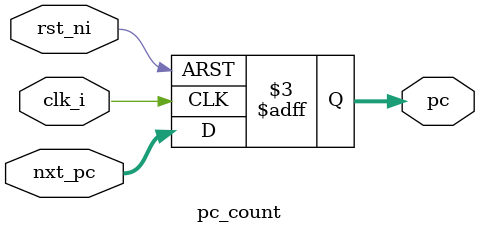
<source format=sv>
module pc_count #(
  parameter             DATA_WIDTH =32
  ) (
  input                          clk_i,
  input                          rst_ni,
  input logic [DATA_WIDTH-1:0] nxt_pc,
  output logic [DATA_WIDTH-1:0]   pc
);
  always_ff@(posedge clk_i or negedge rst_ni)
  begin
    if (rst_ni == 1'b0)
    begin
      pc <= 32'h00000000;
    end
  else
    begin
      pc <= nxt_pc;
    end
  end
endmodule


</source>
